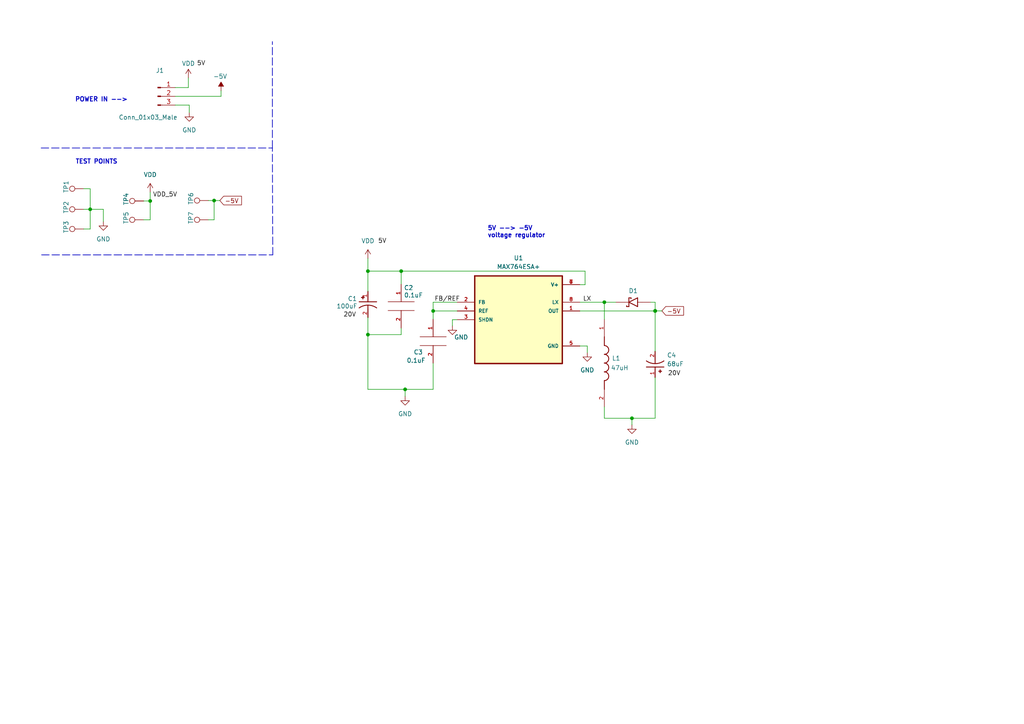
<source format=kicad_sch>
(kicad_sch (version 20211123) (generator eeschema)
  (paper "A4")
  (lib_symbols
    (symbol "20TQC100MYF:20TQC100MYF" (pin_names (offset 1.016) hide)
      (property "Reference" "C" (at -5.08 3.81 0))
      (property "Value" "20TQC100MYF" (at -5.08 -5.08 0))
      (symbol "20TQC100MYF_0_0"
        (rectangle (start -3.7084 -1.524) (end -2.8194 -1.397) (fill (type outline)))
        (rectangle (start -3.3274 -1.905) (end -3.2004 -1.016) (fill (type outline)))
        (arc (start -0.254 2.54) (mid -1.054 0) (end -0.254 -2.54) (stroke (width 0.254)))
        (polyline (pts (xy -5.08 0) (xy -2.032 0)) (stroke (width 0.254)))
        (polyline (pts (xy -2.032 2.54) (xy -2.032 -2.54)) (stroke (width 0.254)))
        (polyline (pts (xy -1.016 0) (xy 2.54 0)) (stroke (width 0.254)))
        (pin passive line (at -5.08 0 0) (length 2.54) (name "~") (number "1"))
        (pin passive line (at 2.54 0 180) (length 2.54) (name "~") (number "2"))
      )
    )
    (symbol "Connector:Conn_01x03_Male" (pin_names (offset 1.016) hide)
      (property "Reference" "J" (at 0 5.08 0))
      (property "Value" "Conn_01x03_Male" (at 0 -5.08 0))
      (symbol "Conn_01x03_Male_1_1"
        (polyline (pts (xy 1.27 -2.54) (xy 0.8636 -2.54)) (stroke (width 0.1524)))
        (polyline (pts (xy 1.27 0) (xy 0.8636 0)) (stroke (width 0.1524)))
        (polyline (pts (xy 1.27 2.54) (xy 0.8636 2.54)) (stroke (width 0.1524)))
        (rectangle (start 0.8636 -2.413) (end 0 -2.667) (stroke (width 0.1524)) (fill (type outline)))
        (rectangle (start 0.8636 0.127) (end 0 -0.127) (stroke (width 0.1524)) (fill (type outline)))
        (rectangle (start 0.8636 2.667) (end 0 2.413) (stroke (width 0.1524)) (fill (type outline)))
        (pin passive line (at 5.08 2.54 180) (length 3.81) (name "Pin_1") (number "1"))
        (pin passive line (at 5.08 0 180) (length 3.81) (name "Pin_2") (number "2"))
        (pin passive line (at 5.08 -2.54 180) (length 3.81) (name "Pin_3") (number "3"))
      )
    )
    (symbol "Connector:TestPoint" (pin_numbers hide) (pin_names (offset 0.762) hide)
      (property "Reference" "TP" (at 0 6.858 0))
      (property "Value" "TestPoint" (at 0 5.08 0))
      (symbol "TestPoint_0_1"
        (circle (center 0 3.302) (radius 0.762))
      )
      (symbol "TestPoint_1_1"
        (pin passive line (at 0 0 90) (length 2.54) (name "1") (number "1"))
      )
    )
    (symbol "MAX764ESA_:MAX764ESA+" (pin_names (offset 1.016))
      (property "Reference" "U" (at -12.7 13.6906 0))
      (property "Value" "MAX764ESA+" (at -12.7 -16.6878 0))
      (symbol "MAX764ESA+_0_0"
        (rectangle (start -12.7 -12.7) (end 12.7 12.7) (stroke (width 0.4064)) (fill (type background)))
        (pin output line (at 17.78 2.54 180) (length 5.08) (name "OUT") (number "1"))
        (pin input line (at -17.78 5.08 0) (length 5.08) (name "FB") (number "2"))
        (pin input line (at -17.78 0 0) (length 5.08) (name "SHDN") (number "3"))
        (pin input line (at -17.78 2.54 0) (length 5.08) (name "REF") (number "4"))
        (pin power_in line (at 17.78 -7.62 180) (length 5.08) (name "GND") (number "5"))
        (pin power_in line (at 17.78 10.16 180) (length 5.08) (name "V+") (number "6"))
        (pin power_in line (at 17.78 10.16 180) (length 5.08) (name "V+") (number "7"))
        (pin output line (at 17.78 5.08 180) (length 5.08) (name "LX") (number "8"))
      )
    )
    (symbol "MBRS330T3G:MBRS330T3G" (pin_numbers hide) (pin_names (offset 1.016) hide)
      (property "Reference" "D" (at -5.08 2.54 0))
      (property "Value" "MBRS330T3G" (at -5.08 -3.81 0))
      (symbol "MBRS330T3G_0_0"
        (polyline (pts (xy -2.54 0) (xy -1.27 0)) (stroke (width 0.1524)))
        (polyline (pts (xy -1.27 -1.27) (xy 1.27 0)) (stroke (width 0.254)))
        (polyline (pts (xy -1.27 0) (xy -1.27 -1.27)) (stroke (width 0.254)))
        (polyline (pts (xy -1.27 1.27) (xy -1.27 0)) (stroke (width 0.254)))
        (polyline (pts (xy 0.635 -1.016) (xy 0.635 -1.27)) (stroke (width 0.254)))
        (polyline (pts (xy 1.27 -1.27) (xy 0.635 -1.27)) (stroke (width 0.254)))
        (polyline (pts (xy 1.27 0) (xy -1.27 1.27)) (stroke (width 0.254)))
        (polyline (pts (xy 1.27 0) (xy 1.27 -1.27)) (stroke (width 0.254)))
        (polyline (pts (xy 1.27 1.27) (xy 1.27 0)) (stroke (width 0.254)))
        (polyline (pts (xy 1.905 1.27) (xy 1.27 1.27)) (stroke (width 0.254)))
        (polyline (pts (xy 1.905 1.27) (xy 1.905 1.016)) (stroke (width 0.254)))
        (polyline (pts (xy 2.54 0) (xy 1.27 0)) (stroke (width 0.1524)))
        (pin passive line (at -5.08 0 0) (length 2.54) (name "~") (number "A"))
        (pin passive line (at 5.08 0 180) (length 2.54) (name "~") (number "C"))
      )
    )
    (symbol "NRS6028T470M:NRS6028T470M" (pin_names (offset 1.016) hide)
      (property "Reference" "L" (at -10.16 7.62 0))
      (property "Value" "NRS6028T470M" (at -10.16 5.08 0))
      (symbol "NRS6028T470M_0_0"
        (arc (start -2.54 0) (mid -3.81 1.27) (end -5.08 0) (stroke (width 0.254)))
        (arc (start 0 0) (mid -1.27 1.27) (end -2.54 0) (stroke (width 0.254)))
        (polyline (pts (xy -5.08 0) (xy -7.62 0)) (stroke (width 0.254)))
        (polyline (pts (xy 5.08 0) (xy 7.62 0)) (stroke (width 0.254)))
        (arc (start 2.54 0) (mid 1.27 1.27) (end 0 0) (stroke (width 0.254)))
        (arc (start 5.08 0) (mid 3.81 1.27) (end 2.54 0) (stroke (width 0.254)))
        (pin passive line (at -12.7 0 0) (length 5.08) (name "~") (number "1"))
        (pin passive line (at 12.7 0 180) (length 5.08) (name "~") (number "2"))
      )
    )
    (symbol "power:-5V" (power) (pin_names (offset 0))
      (property "Value" "-5V" (at 0 3.81 0))
      (symbol "-5V_0_0"
        (pin power_in line (at 0 0 90) (length 0) hide (name "-5V") (number "1"))
      )
      (symbol "-5V_0_1"
        (polyline (pts (xy 0 0) (xy 0 1.27) (xy 0.762 1.27) (xy 0 2.54) (xy -0.762 1.27) (xy 0 1.27)) (fill (type outline)))
      )
    )
    (symbol "power:GND" (power) (pin_names (offset 0))
      (property "Value" "GND" (at 0 -3.81 0))
      (symbol "GND_0_1"
        (polyline (pts (xy 0 0) (xy 0 -1.27) (xy 1.27 -1.27) (xy 0 -2.54) (xy -1.27 -1.27) (xy 0 -1.27)))
      )
      (symbol "GND_1_1"
        (pin power_in line (at 0 0 270) (length 0) hide (name "GND") (number "1"))
      )
    )
    (symbol "power:VDD" (power) (pin_names (offset 0))
      (property "Value" "VDD" (at 0 3.81 0))
      (symbol "VDD_0_1"
        (polyline (pts (xy -0.762 1.27) (xy 0 2.54)))
        (polyline (pts (xy 0 0) (xy 0 2.54)))
        (polyline (pts (xy 0 2.54) (xy 0.762 1.27)))
      )
      (symbol "VDD_1_1"
        (pin power_in line (at 0 0 90) (length 0) hide (name "VDD") (number "1"))
      )
    )
    (symbol "pspice:C" (pin_names (offset 0.254))
      (property "Reference" "C" (at 2.54 3.81 90))
      (property "Value" "C" (at 2.54 -3.81 90))
      (symbol "C_0_1"
        (polyline (pts (xy -3.81 -1.27) (xy 3.81 -1.27)))
        (polyline (pts (xy -3.81 1.27) (xy 3.81 1.27)))
      )
      (symbol "C_1_1"
        (pin passive line (at 0 6.35 270) (length 5.08) (name "~") (number "1"))
        (pin passive line (at 0 -6.35 90) (length 5.08) (name "~") (number "2"))
      )
    )
  )
  (junction (at 116.3574 78.6384))
  (junction (at 106.7054 97.0534))
  (junction (at 26.162 60.706))
  (junction (at 175.2854 87.6554))
  (junction (at 190.0174 90.1954))
  (junction (at 125.6284 90.1954))
  (junction (at 43.561 58.293))
  (junction (at 117.5004 112.9284))
  (junction (at 183.2864 121.3104))
  (junction (at 106.7054 78.6384))
  (junction (at 190.0174 90.17))
  (junction (at 62.103 58.166))
  (wire (pts (xy 26.162 60.706) (xy 26.162 66.421)))
  (wire (pts (xy 125.6284 90.1954) (xy 132.6134 90.1954)))
  (wire (pts (xy 29.972 64.262) (xy 29.972 60.706)))
  (wire (pts (xy 50.8254 30.48) (xy 54.8894 30.48)))
  (wire (pts (xy 168.1734 100.3554) (xy 170.3324 100.3554)))
  (wire (pts (xy 116.3574 97.0534) (xy 106.7054 97.0534)))
  (wire (pts (xy 43.561 58.293) (xy 43.561 63.754)))
  (wire (pts (xy 106.7054 78.6384) (xy 116.3574 78.6384)))
  (wire (pts (xy 175.2854 121.3104) (xy 183.2864 121.3104)))
  (wire (pts (xy 50.8508 27.94) (xy 64.1096 27.94)))
  (wire (pts (xy 190.0174 90.17) (xy 191.9732 90.17)))
  (wire (pts (xy 54.6354 25.4) (xy 54.6354 22.606)))
  (wire (pts (xy 43.561 55.753) (xy 43.561 58.293)))
  (wire (pts (xy 24.257 54.737) (xy 26.162 54.737)))
  (wire (pts (xy 116.3574 78.6384) (xy 116.3574 82.4484)))
  (polyline (pts (xy 78.994 42.926) (xy 78.994 12.065)) (stroke (width 0.2)))
  (wire (pts (xy 117.5004 114.9604) (xy 117.5004 112.9284)))
  (polyline (pts (xy 79.121 73.914) (xy 78.994 42.926)) (stroke (width 0.2)))
  (wire (pts (xy 60.452 63.754) (xy 62.103 63.754)))
  (wire (pts (xy 26.162 60.706) (xy 24.257 60.706)))
  (wire (pts (xy 190.0174 90.1954) (xy 190.0174 90.17)))
  (polyline (pts (xy 12.065 73.914) (xy 79.121 73.914)) (stroke (width 0.2)))
  (wire (pts (xy 26.162 54.737) (xy 26.162 60.706)))
  (wire (pts (xy 24.257 66.421) (xy 26.162 66.421)))
  (wire (pts (xy 125.6284 105.3084) (xy 125.6284 112.9284)))
  (wire (pts (xy 132.6134 87.6554) (xy 125.6284 87.6554)))
  (wire (pts (xy 190.0174 87.6554) (xy 188.7474 87.6554)))
  (wire (pts (xy 116.3574 78.6384) (xy 169.6974 78.6384)))
  (wire (pts (xy 62.103 58.166) (xy 62.103 63.754)))
  (wire (pts (xy 116.3574 95.1484) (xy 116.3574 97.0534)))
  (wire (pts (xy 54.8894 30.48) (xy 54.8894 32.639)))
  (wire (pts (xy 168.1734 90.1954) (xy 190.0174 90.1954)))
  (wire (pts (xy 175.2854 87.6554) (xy 175.2854 92.6084)))
  (wire (pts (xy 183.2864 121.3104) (xy 183.2864 123.2154)))
  (wire (pts (xy 50.8254 25.4) (xy 54.6354 25.4)))
  (wire (pts (xy 190.0174 90.17) (xy 190.0174 87.6554)))
  (wire (pts (xy 64.1096 27.94) (xy 64.1096 26.3144)))
  (wire (pts (xy 106.7054 92.1004) (xy 106.7054 97.0534)))
  (wire (pts (xy 43.561 63.754) (xy 41.656 63.754)))
  (wire (pts (xy 29.972 60.706) (xy 26.162 60.706)))
  (wire (pts (xy 175.2854 87.6554) (xy 178.5874 87.6554)))
  (wire (pts (xy 131.2164 92.7354) (xy 131.2164 94.5134)))
  (wire (pts (xy 60.452 58.166) (xy 62.103 58.166)))
  (wire (pts (xy 62.103 58.166) (xy 63.754 58.166)))
  (wire (pts (xy 168.1734 82.5754) (xy 169.6974 82.5754)))
  (wire (pts (xy 169.6974 82.5754) (xy 169.6974 78.6384)))
  (wire (pts (xy 190.0174 90.1954) (xy 190.0174 101.8794)))
  (wire (pts (xy 125.6284 92.6084) (xy 125.6284 90.1954)))
  (wire (pts (xy 41.656 58.293) (xy 43.561 58.293)))
  (wire (pts (xy 125.6284 87.6554) (xy 125.6284 90.1954)))
  (wire (pts (xy 117.5004 112.9284) (xy 106.7054 112.9284)))
  (wire (pts (xy 106.7054 97.0534) (xy 106.7054 112.9284)))
  (wire (pts (xy 170.3324 100.3554) (xy 170.3324 102.2604)))
  (wire (pts (xy 125.6284 112.9284) (xy 117.5004 112.9284)))
  (wire (pts (xy 175.2854 118.0084) (xy 175.2854 121.3104)))
  (wire (pts (xy 168.1734 87.6554) (xy 175.2854 87.6554)))
  (wire (pts (xy 183.2864 121.3104) (xy 190.0174 121.3104)))
  (wire (pts (xy 190.0174 121.3104) (xy 190.0174 109.4994)))
  (wire (pts (xy 106.7054 84.4804) (xy 106.7054 78.6384)))
  (wire (pts (xy 106.7054 74.9554) (xy 106.7054 78.6384)))
  (wire (pts (xy 132.6134 92.7354) (xy 131.2164 92.7354)))
  (polyline (pts (xy 11.938 42.926) (xy 78.994 42.926)) (stroke (width 0.2)))
  (text "POWER IN -->" (at 21.717 29.718 0) (effects (font (size 1.27 1.27) (thickness 0.254) bold) (justify left bottom)))
  (text "TEST POINTS\n" (at 21.844 47.752 0) (effects (font (size 1.27 1.27) (thickness 0.254) bold) (justify left bottom)))
  (text "5V --> -5V\nvoltage regulator" (at 141.3764 69.1134 0) (effects (font (size 1.27 1.27) (thickness 0.254) bold) (justify left bottom)))
  (label "20V" (at 193.7004 109.2454 0))
  (label "LX" (at 169.0624 87.6554 0))
  (label "5V" (at 109.6264 70.866 0))
  (label "20V" (at 99.5934 92.2274 0))
  (label "VDD_5V" (at 44.323 57.404 0))
  (label "5V" (at 57.0992 19.3294 0))
  (label "FB{slash}REF" (at 126.0094 87.6554 0))
  (global_label "-5V" (shape input) (at 63.754 58.166 0) (property "Intersheet References" "${INTERSHEET_REFS}" (effects hide)))
  (global_label "-5V" (shape input) (at 191.9732 90.17 0) (property "Intersheet References" "${INTERSHEET_REFS}" (effects hide)))
  (symbol (lib_id "MBRS330T3G:MBRS330T3G") (at 183.6674 87.6554 180) (unit 1)
    (property "Reference" "D1" (at 183.6674 84.3534 0))
    (property "Value" "MBRS330T3G" (effects hide))
    (property "Footprint" "DIOM7959X261N" (effects hide))
    (property "STANDARD" "IPC-7351B" (effects hide))
    (property "MANUFACTURER" "ON Semiconductor" (effects hide))
    (property "PARTREV" "14" (effects hide))
    (property "MAXIMUM_PACKAGE_HEIGHT" "2.61mm" (effects hide))
  )
  (symbol (lib_id "pspice:C") (at 125.6284 98.9584 0) (unit 1)
    (property "Reference" "C3" (at 121.3104 102.1334 0))
    (property "Value" "0.1uF" (at 120.6754 104.5464 0))
    (property "Footprint" "Capacitor_SMD:C_0603_1608Metric" (effects hide))
  )
  (symbol (lib_id "power:VDD") (at 106.7054 74.9554 0) (unit 1)
    (property "Reference" "#PWR06" (effects hide))
    (property "Value" "VDD" (at 106.7054 69.8754 0))
  )
  (symbol (lib_id "Connector:TestPoint") (at 60.452 58.166 90) (unit 1)
    (property "Reference" "TP6" (at 55.372 59.436 0) (effects (justify left)))
    (property "Value" "TestPoint" (effects hide))
    (property "Footprint" "TestPoint:TestPoint_Pad_1.0x1.0mm" (effects hide))
  )
  (symbol (lib_id "power:GND") (at 183.2864 123.2154 0) (unit 1)
    (property "Reference" "#PWR010" (effects hide))
    (property "Value" "GND" (at 183.2864 128.2954 0))
  )
  (symbol (lib_id "Connector:Conn_01x03_Male") (at 45.7454 27.94 0) (unit 1)
    (property "Reference" "J1" (at 46.3804 20.447 0))
    (property "Value" "Conn_01x03_Male" (at 42.9514 34.036 0))
    (property "Footprint" "Connector_PinHeader_2.54mm:PinHeader_1x03_P2.54mm_Vertical" (effects hide))
  )
  (symbol (lib_id "power:GND") (at 131.2164 94.5134 0) (unit 1)
    (property "Reference" "#PWR08" (effects hide))
    (property "Value" "GND" (at 133.7564 97.8154 0))
  )
  (symbol (lib_id "power:-5V") (at 64.1096 26.3144 0) (unit 1)
    (property "Reference" "#PWR05" (effects hide))
    (property "Value" "-5V" (at 63.8556 22.1488 0))
  )
  (symbol (lib_id "power:VDD") (at 43.561 55.753 0) (unit 1)
    (property "Reference" "#PWR02" (effects hide))
    (property "Value" "VDD" (at 43.561 50.673 0))
  )
  (symbol (lib_id "power:VDD") (at 54.6354 22.606 0) (unit 1)
    (property "Reference" "#PWR03" (effects hide))
    (property "Value" "VDD" (at 54.6354 18.415 0))
  )
  (symbol (lib_id "Connector:TestPoint") (at 24.257 54.737 90) (unit 1)
    (property "Reference" "TP1" (at 19.177 56.007 0) (effects (justify left)))
    (property "Value" "TestPoint" (effects hide))
    (property "Footprint" "TestPoint:TestPoint_Pad_1.0x1.0mm" (effects hide))
  )
  (symbol (lib_id "Connector:TestPoint") (at 60.452 63.754 90) (unit 1)
    (property "Reference" "TP7" (at 55.372 65.024 0) (effects (justify left)))
    (property "Value" "TestPoint" (effects hide))
    (property "Footprint" "TestPoint:TestPoint_Pad_1.0x1.0mm" (effects hide))
  )
  (symbol (lib_id "20TQC100MYF:20TQC100MYF") (at 106.7054 89.5604 270) (unit 1)
    (property "Reference" "C1" (at 100.8634 86.6394 90) (effects (justify left)))
    (property "Value" "100uF" (at 97.5614 88.7984 90) (effects (justify left)))
    (property "Footprint" "CAP_20TQC100MYF" (effects hide))
    (property "MANUFACTURER" "Panasonic" (effects hide))
    (property "STANDARD" "Manufacturer Recommendations" (effects hide))
    (property "PARTREV" "30-Nov-20" (effects hide))
    (property "MAXIMUM_PACKAGE_HEIGHT" "2.8 mm" (effects hide))
  )
  (symbol (lib_id "power:GND") (at 117.5004 114.9604 0) (unit 1)
    (property "Reference" "#PWR07" (effects hide))
    (property "Value" "GND" (at 117.5004 120.0404 0))
  )
  (symbol (lib_id "Connector:TestPoint") (at 41.656 58.293 90) (unit 1)
    (property "Reference" "TP4" (at 36.576 59.563 0) (effects (justify left)))
    (property "Value" "TestPoint" (effects hide))
    (property "Footprint" "TestPoint:TestPoint_Pad_1.0x1.0mm" (effects hide))
  )
  (symbol (lib_id "power:GND") (at 170.3324 102.2604 0) (unit 1)
    (property "Reference" "#PWR09" (effects hide))
    (property "Value" "GND" (at 170.3324 107.3404 0))
  )
  (symbol (lib_id "20TQC100MYF:20TQC100MYF") (at 190.0174 104.4194 90) (unit 1)
    (property "Reference" "C4" (at 193.4464 103.0224 90) (effects (justify right)))
    (property "Value" "68uF" (at 193.4464 105.5624 90) (effects (justify right)))
    (property "Footprint" "CAP_20TQC100MYF" (effects hide))
    (property "MANUFACTURER" "Panasonic" (effects hide))
    (property "STANDARD" "Manufacturer Recommendations" (effects hide))
    (property "PARTREV" "30-Nov-20" (effects hide))
    (property "MAXIMUM_PACKAGE_HEIGHT" "2.8 mm" (effects hide))
  )
  (symbol (lib_id "Connector:TestPoint") (at 24.257 66.421 90) (unit 1)
    (property "Reference" "TP3" (at 19.177 67.691 0) (effects (justify left)))
    (property "Value" "TestPoint" (effects hide))
    (property "Footprint" "TestPoint:TestPoint_Pad_1.0x1.0mm" (effects hide))
  )
  (symbol (lib_id "power:GND") (at 29.972 64.262 0) (unit 1)
    (property "Reference" "#PWR01" (effects hide))
    (property "Value" "GND" (at 29.972 69.342 0))
  )
  (symbol (lib_id "Connector:TestPoint") (at 24.257 60.706 90) (unit 1)
    (property "Reference" "TP2" (at 19.177 61.976 0) (effects (justify left)))
    (property "Value" "TestPoint" (effects hide))
    (property "Footprint" "TestPoint:TestPoint_Pad_1.0x1.0mm" (effects hide))
  )
  (symbol (lib_id "power:GND") (at 54.8894 32.639 0) (unit 1)
    (property "Reference" "#PWR04" (effects hide))
    (property "Value" "GND" (at 54.8894 37.719 0))
  )
  (symbol (lib_id "Connector:TestPoint") (at 41.656 63.754 90) (unit 1)
    (property "Reference" "TP5" (at 36.576 65.024 0) (effects (justify left)))
    (property "Value" "TestPoint" (effects hide))
    (property "Footprint" "TestPoint:TestPoint_Pad_1.0x1.0mm" (effects hide))
  )
  (symbol (lib_id "pspice:C") (at 116.3574 88.7984 0) (unit 1)
    (property "Reference" "C2" (at 118.5164 83.4644 0))
    (property "Value" "0.1uF" (at 119.9134 85.6234 0))
    (property "Footprint" "Capacitor_SMD:C_0603_1608Metric" (effects hide))
  )
  (symbol (lib_id "MAX764ESA_:MAX764ESA+") (at 150.3934 92.7354 0) (unit 1)
    (property "Reference" "U1" (at 150.3934 74.8284 0))
    (property "Value" "MAX764ESA+" (at 150.3934 77.3684 0))
    (property "Footprint" "SOIC127P600X175-8N" (effects hide))
  )
  (symbol (lib_id "NRS6028T470M:NRS6028T470M") (at 175.2854 105.3084 270) (unit 1)
    (property "Reference" "L1" (at 178.7144 103.9114 90))
    (property "Value" "47uH" (at 179.7304 106.7054 90))
    (property "Footprint" "IND_NRS6028T470M" (effects hide))
    (property "MAXIMUM_PACKAGE_HEIGHT" "2.8mm" (effects hide))
    (property "STANDARD" "Manufacturer Recommendations" (effects hide))
    (property "MANUFACTURER" "Taiyo Yuden" (effects hide))
    (property "PARTREV" "N/A" (effects hide))
  )
)
</source>
